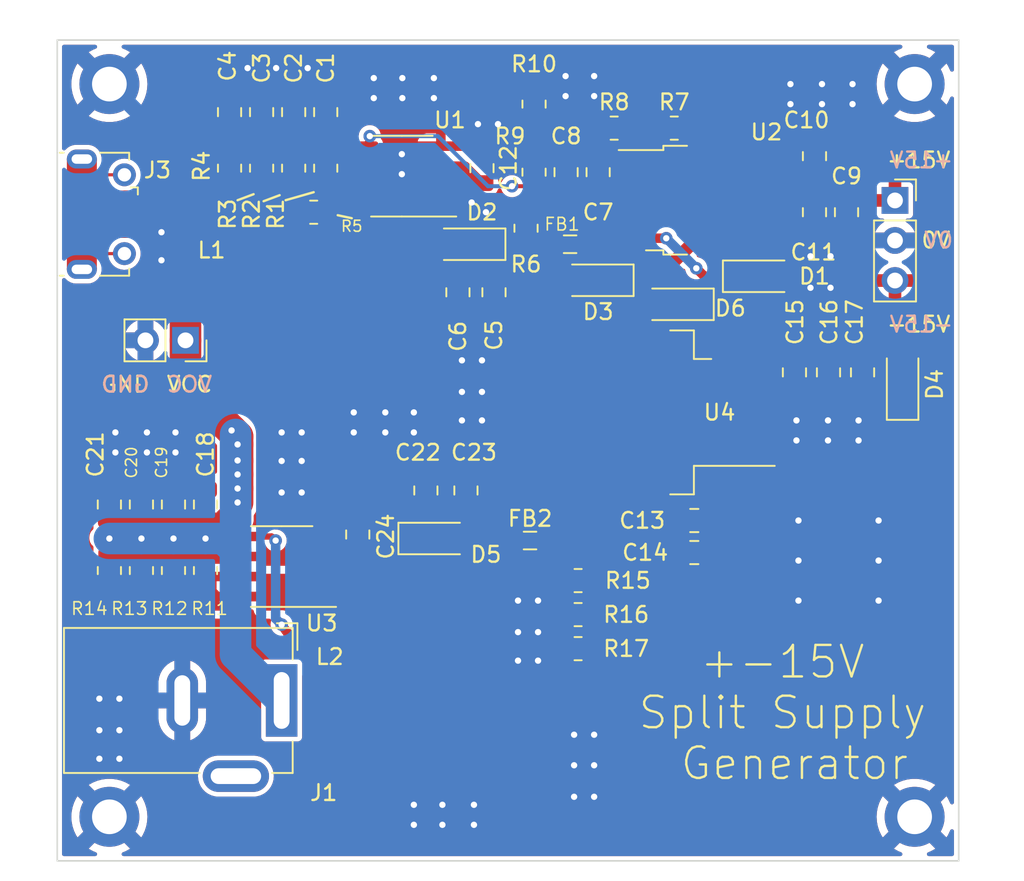
<source format=kicad_pcb>
(kicad_pcb (version 20211014) (generator pcbnew)
  (layers (0 "F.Cu" signal) (31 "B.Cu" signal) (34 "B.Paste" user) (35 "F.Paste" user) (36 "B.SilkS" user "B.Silkscreen") (37 "F.SilkS" user "F.Silkscreen") (38 "B.Mask" user) (39 "F.Mask" user) (44 "Edge.Cuts" user))
  (net 0 "")
  (net 1 "GND")
  (net 2 "VD")
  (net 3 "/+18V")
  (net 4 "+15V")
  (net 5 "-15V")
  (net 6 "/-18V")
  (net 7 "Net-(D2-Pad2)")
  (net 8 "Net-(D5-Pad1)")
  (net 13 "unconnected-(J3-Pad6)")
  (net 14 "Net-(L1-Pad1)")
  (net 15 "Net-(R6-Pad1)")
  (net 16 "Net-(R10-Pad2)")
  (net 17 "Net-(C7-Pad2)")
  (net 18 "Net-(C12-Pad2)")
  (net 19 "Net-(C13-Pad1)")
  (net 20 "Net-(C24-Pad2)")
  (net 21 "Net-(R5-Pad1)")
  (net 22 "Net-(R7-Pad1)")
  (net 23 "Net-(R11-Pad2)")
  (net 24 "Net-(R15-Pad2)")
  (net 25 "Net-(R16-Pad2)")
  (footprint "Capacitor_SMD:C_0805_2012Metric" (layer "F.Cu") (at 113.538 86.9935 -90)
    (fp_text reference "C22")
    (fp_text value "100n")
  )
  (footprint "Capacitor_SMD:C_0805_2012Metric" (layer "F.Cu") (at 122.428 66.802 90)
    (fp_text reference "C8")
    (fp_text value "10u")
  )
  (footprint "Diode_SMD:D_SOD-123" (layer "F.Cu") (at 116.332 71.374 180)
    (fp_text reference "D2")
    (fp_text value "D_Schottky_Small")
  )
  (footprint "Resistor_SMD:R_0805_2012Metric" (layer "F.Cu") (at 120.396 66.802 -90)
    (fp_text reference "R9")
    (fp_text value "100")
  )
  (footprint "Diode_SMD:D_SOD-123" (layer "F.Cu") (at 124.46 73.66 180)
    (fp_text reference "D3")
    (fp_text value "D_Schottky_Small")
  )
  (footprint "Diode_SMD:D_SOD-123" (layer "F.Cu") (at 114.046 90.0415)
    (fp_text reference "D5")
    (fp_text value "D_Schottky_Small")
  )
  (footprint "Capacitor_SMD:C_0805_2012Metric" (layer "F.Cu") (at 105.156 62.992 -90)
    (fp_text reference "C2")
    (fp_text value "10u")
  )
  (footprint "Capacitor_SMD:C_0805_2012Metric" (layer "F.Cu") (at 95.504 87.884 -90)
    (fp_text reference "C20")
    (fp_text value "10u")
  )
  (footprint "Capacitor_SMD:C_0805_2012Metric" (layer "F.Cu") (at 99.568 87.884 -90)
    (fp_text reference "C18")
    (fp_text value "100n")
  )
  (footprint "Resistor_SMD:R_0805_2012Metric" (layer "F.Cu") (at 97.536 92.0735 -90)
    (fp_text reference "R12")
    (fp_text value "1")
  )
  (footprint "Resistor_SMD:R_0805_2012Metric" (layer "F.Cu") (at 105.156 66.548 -90)
    (fp_text reference "R2")
    (fp_text value "1")
  )
  (footprint "components_2:ind_SWRB1207S-221MT" (layer "F.Cu") (at 114.808 98.044 -90)
    (fp_text reference "L2")
    (fp_text value "220u")
  )
  (footprint "Capacitor_SMD:C_0805_2012Metric" (layer "F.Cu") (at 140.208 69.342 90)
    (fp_text reference "C9")
    (fp_text value "100n")
  )
  (footprint "Connector_PinSocket_2.54mm:PinSocket_1x03_P2.54mm_Vertical" (layer "F.Cu") (at 143.281 68.595)
    (fp_text reference "J2" hide)
    (fp_text value "Conn_01x03")
  )
  (footprint "Resistor_SMD:R_0805_2012Metric" (layer "F.Cu") (at 95.504 92.0735 -90)
    (fp_text reference "R13")
    (fp_text value "1")
  )
  (footprint "Resistor_SMD:R_0805_2012Metric" (layer "F.Cu") (at 119.888 70.358 -90)
    (fp_text reference "R6")
    (fp_text value "15k")
  )
  (footprint "Connector_PinSocket_2.54mm:PinSocket_1x02_P2.54mm_Vertical" (layer "F.Cu") (at 98.298 77.47 -90)
    (fp_text reference "J4" hide)
    (fp_text value "Conn_01x02")
  )
  (footprint "Inductor_SMD:L_0805_2012Metric" (layer "F.Cu") (at 120.142 90.17)
    (fp_text reference "FB2")
    (fp_text value "FerriteBead_Small")
  )
  (footprint "Resistor_SMD:R_0805_2012Metric" (layer "F.Cu") (at 120.396 62.484 -90)
    (fp_text reference "R10")
    (fp_text value "1k")
  )
  (footprint "Resistor_SMD:R_0805_2012Metric" (layer "F.Cu") (at 129.286 64.008)
    (fp_text reference "R7")
    (fp_text value "1k")
  )
  (footprint "Diode_SMD:D_SOD-123" (layer "F.Cu") (at 134.62 73.406)
    (fp_text reference "D1")
    (fp_text value "D_Schottky_Small")
  )
  (footprint "Inductor_SMD:L_0805_2012Metric" (layer "F.Cu") (at 122.682 71.374)
    (fp_text reference "FB1")
    (fp_text value "FerriteBead_Small")
  )
  (footprint "Capacitor_SMD:C_0805_2012Metric" (layer "F.Cu") (at 124.46 66.802 -90)
    (fp_text reference "C7")
    (fp_text value "100n")
  )
  (footprint "Package_SO:SOIC-8_3.9x4.9mm_P1.27mm" (layer "F.Cu") (at 104.394 91.8195 180)
    (fp_text reference "U3")
    (fp_text value "MC34063AD")
  )
  (footprint "Resistor_SMD:R_0805_2012Metric" (layer "F.Cu") (at 107.188 66.548 -90)
    (fp_text reference "R1")
    (fp_text value "1")
  )
  (footprint "Capacitor_SMD:C_0805_2012Metric" (layer "F.Cu") (at 130.556 90.932 180)
    (fp_text reference "C14")
    (fp_text value "10u")
  )
  (footprint "MountingHole:MountingHole_2.2mm_M2_DIN965_Pad" (layer "F.Cu") (at 93.472 107.696)
    (fp_text reference "H3" hide)
    (fp_text value "MountingHole_Pad")
  )
  (footprint "Package_SO:SOIC-8_3.9x4.9mm_P1.27mm" (layer "F.Cu") (at 112.014 67.056 180)
    (fp_text reference "U1")
    (fp_text value "MC34063AD")
  )
  (footprint "Capacitor_SMD:C_0805_2012Metric" (layer "F.Cu") (at 117.856 74.422 90)
    (fp_text reference "C5")
    (fp_text value "100n")
  )
  (footprint "Resistor_SMD:R_0805_2012Metric" (layer "F.Cu") (at 99.568 92.0735 -90)
    (fp_text reference "R11")
    (fp_text value "1")
  )
  (footprint "Resistor_SMD:R_0805_2012Metric" (layer "F.Cu") (at 106.426 69.342 180)
    (fp_text reference "R5")
    (fp_text value "180")
  )
  (footprint "Capacitor_SMD:C_0805_2012Metric" (layer "F.Cu") (at 138.176 65.786 -90)
    (fp_text reference "C10")
    (fp_text value "10u")
  )
  (footprint "MountingHole:MountingHole_2.2mm_M2_DIN965_Pad" (layer "F.Cu") (at 144.526 61.214)
    (fp_text reference "H1" hide)
    (fp_text value "MountingHole_Pad")
  )
  (footprint "Diode_SMD:D_SOD-123" (layer "F.Cu") (at 129.54 75.184 180)
    (fp_text reference "D6")
    (fp_text value "D_Schottky_Small")
  )
  (footprint "Resistor_SMD:R_0805_2012Metric" (layer "F.Cu") (at 125.476 64.008)
    (fp_text reference "R8")
    (fp_text value "11k")
  )
  (footprint "Resistor_SMD:R_0805_2012Metric" (layer "F.Cu") (at 123.19 92.71)
    (fp_text reference "R15")
    (fp_text value "1k")
  )
  (footprint "Resistor_SMD:R_0805_2012Metric" (layer "F.Cu") (at 123.19 97.028 180)
    (fp_text reference "R17")
    (fp_text value "15k")
  )
  (footprint "Capacitor_SMD:C_0805_2012Metric" (layer "F.Cu") (at 107.188 62.992 -90)
    (fp_text reference "C1")
    (fp_text value "100n")
  )
  (footprint "Diode_SMD:D_SOD-123" (layer "F.Cu") (at 143.764 80.264 90)
    (fp_text reference "D4")
    (fp_text value "D_Schottky_Small")
  )
  (footprint "Capacitor_SMD:C_0805_2012Metric" (layer "F.Cu") (at 116.078 86.9935 -90)
    (fp_text reference "C23")
    (fp_text value "10u")
  )
  (footprint "Connector_USB:USB_Micro-B_Molex-105017-0001" (layer "F.Cu") (at 92.964 69.469 -90)
    (fp_text reference "J3")
    (fp_text value "USB_B_Micro")
  )
  (footprint "Resistor_SMD:R_0805_2012Metric" (layer "F.Cu") (at 103.124 66.548 -90)
    (fp_text reference "R3")
    (fp_text value "1")
  )
  (footprint "Capacitor_SMD:C_0805_2012Metric" (layer "F.Cu") (at 93.472 87.884 -90)
    (fp_text reference "C21")
    (fp_text value "10u")
  )
  (footprint "Capacitor_SMD:C_0805_2012Metric" (layer "F.Cu") (at 109.22 89.7875 -90)
    (fp_text reference "C24")
    (fp_text value "1.5nF")
  )
  (footprint "components_2:ind_SWRB1207S-221MT" (layer "F.Cu") (at 106.928 76.835)
    (fp_text reference "L1")
    (fp_text value "220u")
  )
  (footprint "MountingHole:MountingHole_2.2mm_M2_DIN965_Pad" (layer "F.Cu") (at 144.526 107.696)
    (fp_text reference "H4" hide)
    (fp_text value "MountingHole_Pad")
  )
  (footprint "Resistor_SMD:R_0805_2012Metric" (layer "F.Cu") (at 101.092 66.548 -90)
    (fp_text reference "R4")
    (fp_text value "1")
  )
  (footprint "Capacitor_SMD:C_0805_2012Metric" (layer "F.Cu") (at 117.094 66.548 -90)
    (fp_text reference "C12")
    (fp_text value "1.5nF")
  )
  (footprint "Connector_BarrelJack:BarrelJack_GCT_DCJ200-10-A_Horizontal" (layer "F.Cu") (at 104.394 100.315 -90)
    (fp_text reference "J1")
    (fp_text value "Barrel_Jack_Switch")
  )
  (footprint "Capacitor_SMD:C_0805_2012Metric" (layer "F.Cu") (at 103.124 62.992 -90)
    (fp_text reference "C3")
    (fp_text value "10u")
  )
  (footprint "Capacitor_SMD:C_0805_2012Metric" (layer "F.Cu") (at 136.906 79.502 90)
    (fp_text reference "C15")
    (fp_text value "100n")
  )
  (footprint "Resistor_SMD:R_0805_2012Metric" (layer "F.Cu") (at 123.19 94.869 180)
    (fp_text reference "R16")
    (fp_text value "100")
  )
  (footprint "Capacitor_SMD:C_0805_2012Metric" (layer "F.Cu") (at 141.224 79.502 90)
    (fp_text reference "C17")
    (fp_text value "10u")
  )
  (footprint "Capacitor_SMD:C_0805_2012Metric" (layer "F.Cu") (at 115.57 74.422 90)
    (fp_text reference "C6")
    (fp_text value "10u")
  )
  (footprint "Capacitor_SMD:C_0805_2012Metric" (layer "F.Cu") (at 130.556 88.9)
    (fp_text reference "C13")
    (fp_text value "100n")
  )
  (footprint "Capacitor_SMD:C_0805_2012Metric" (layer "F.Cu") (at 97.536 87.884 -90)
    (fp_text reference "C19")
    (fp_text value "10u")
  )
  (footprint "Capacitor_SMD:C_0805_2012Metric" (layer "F.Cu") (at 101.092 62.992 -90)
    (fp_text reference "C4")
    (fp_text value "10u")
  )
  (footprint "Package_TO_SOT_SMD:TO-252-2" (layer "F.Cu") (at 131.064 68.58)
    (fp_text reference "U2")
    (fp_text value "LM317_TO-252")
  )
  (footprint "MountingHole:MountingHole_2.2mm_M2_DIN965_Pad" (layer "F.Cu") (at 93.472 61.214)
    (fp_text reference "H2" hide)
    (fp_text value "MountingHole_Pad")
  )
  (footprint "Capacitor_SMD:C_0805_2012Metric" (layer "F.Cu") (at 138.176 69.342 90)
    (fp_text reference "C11")
    (fp_text value "10u")
  )
  (footprint "Package_TO_SOT_SMD:TO-263-2" (layer "F.Cu") (at 127.581 82.042 180)
    (fp_text reference "U4")
    (fp_text value "MC7915")
  )
  (footprint "Capacitor_SMD:C_0805_2012Metric" (layer "F.Cu") (at 139.065 79.502 90)
    (fp_text reference "C16")
    (fp_text value "10u")
  )
  (footprint "Resistor_SMD:R_0805_2012Metric" (layer "F.Cu") (at 93.472 92.0735 -90)
    (fp_text reference "R14")
    (fp_text value "1")
  )
  (gr_line (start 104.648 68.58) (end 106.426 68.072) (layer "F.SilkS") (width 0.15))
  (gr_line (start 103.251 68.6435) (end 104.267 68.2625) (layer "F.SilkS") (width 0.15))
  (gr_line (start 101.6 68.58) (end 102.616 68.199) (layer "F.SilkS") (width 0.15))
  (gr_line (start 107.95 69.5325) (end 108.839 69.723) (layer "F.SilkS") (width 0.15))
  (gr_line (start 90.17 107.95) (end 90.17 58.42) (layer "Edge.Cuts") (width 0.1))
  (gr_line (start 147.32 58.42) (end 147.32 110.49) (layer "Edge.Cuts") (width 0.1))
  (gr_line (start 90.17 58.42) (end 147.32 58.42) (layer "Edge.Cuts") (width 0.1))
  (gr_line (start 147.32 110.49) (end 90.17 110.49) (layer "Edge.Cuts") (width 0.1))
  (gr_line (start 90.17 110.49) (end 90.17 107.95) (layer "Edge.Cuts") (width 0.1))
  (gr_text "-15V" (at 144.954762 76.454) (layer "B.SilkS") (effects (font (size 1 1)) (justify mirror)))
  (gr_text "0V" (at 146.05 71.12) (layer "B.SilkS") (effects (font (size 1 1)) (justify mirror)))
  (gr_text "+15V" (at 144.954762 66.04) (layer "B.SilkS") (effects (font (size 1 1)) (justify mirror)))
  (gr_text "GND\n" (at 94.488 80.264) (layer "B.SilkS") (effects (font (size 1 1)) (justify mirror)))
  (gr_text "VCC" (at 98.552 80.264) (layer "B.SilkS") (effects (font (size 1 1)) (justify mirror)))
  (gr_text "-15V" (at 144.78 76.454) (layer "F.SilkS") (effects (font (size 1 1))))
  (gr_text "+-15V \nSplit Supply \nGenerator" (at 136.906 101.092) (layer "F.SilkS") (effects (font (size 2 2))))
  (gr_text "GND\n" (at 94.488 80.264) (layer "F.SilkS") (effects (font (size 1 1))))
  (gr_text "0V" (at 145.875238 71.12) (layer "F.SilkS") (effects (font (size 1 1))))
  (gr_text "+15V" (at 144.78 66.04) (layer "F.SilkS") (effects (font (size 1 1))))
  (gr_text "VCC" (at 98.552 80.264) (layer "F.SilkS") (effects (font (size 1 1))))
  (segment (start 95.377 70.769) (end 96.296 70.769) (width 0.4) (layer "F.Cu") (net 1))
  (segment (start 116.439921 68.687921) (end 116.439921 68.726079) (width 0.6) (layer "F.Cu") (net 1))
  (segment (start 116.84 68.887559) (end 116.84 69.088) (width 0.4) (layer "F.Cu") (net 1))
  (segment (start 116.786441 68.834) (end 117.856 68.834) (width 0.4) (layer "F.Cu") (net 1))
  (segment (start 115.443 65.151) (end 116.84 63.754) (width 0.6) (layer "F.Cu") (net 1))
  (segment (start 114.489 65.151) (end 115.443 65.151) (width 0.4) (layer "F.Cu") (net 1))
  (segment (start 116.84 69.088) (end 116.84 69.342) (width 0.4) (layer "F.Cu") (net 1))
  (segment (start 115.443 67.691) (end 116.439921 68.687921) (width 0.6) (layer "F.Cu") (net 1))
  (segment (start 114.489 67.691) (end 115.443 67.691) (width 0.6) (layer "F.Cu") (net 1))
  (segment (start 95.377 70.769) (end 96.49 70.769) (width 0.6) (layer "F.Cu") (net 1))
  (segment (start 117.856 69.342) (end 117.856 69.596) (width 0.4) (layer "F.Cu") (net 1))
  (segment (start 117.856 69.088) (end 116.84 69.088) (width 0.4) (layer "F.Cu") (net 1))
  (segment (start 117.348 69.342) (end 117.856 69.342) (width 0.4) (layer "F.Cu") (net 1))
  (segment (start 94.4265 70.769) (end 95.377 70.769) (width 0.4) (layer "F.Cu") (net 1))
  (segment (start 117.856 68.834) (end 117.856 69.088) (width 0.4) (layer "F.Cu") (net 1))
  (segment (start 116.84 69.342) (end 117.348 69.342) (width 0.4) (layer "F.Cu") (net 1))
  (segment (start 116.439921 68.726079) (end 116.84 68.887559) (width 0.6) (layer "F.Cu") (net 1))
  (segment (start 117.856 69.596) (end 116.84 69.596) (width 0.4) (layer "F.Cu") (net 1))
  (via (at 96.774 70.612) (size 0.8) (drill 0.4) (layers "F.Cu" "B.Cu") (net 1))
  (via (at 110.966 82.042) (size 0.8) (drill 0.4) (layers "F.Cu" "B.Cu") (net 1))
  (via (at 97.663 83.312) (size 0.8) (drill 0.4) (layers "F.Cu" "B.Cu") (net 1))
  (via (at 105.664 85.122) (size 0.8) (drill 0.4) (layers "F.Cu" "B.Cu") (net 1))
  (via (at 106.045 60.198) (size 0.8) (drill 0.4) (layers "F.Cu" "B.Cu") (net 1))
  (via (at 92.837 104.013) (size 0.8) (drill 0.4) (layers "F.Cu" "B.Cu") (net 1))
  (via (at 95.853 84.582) (size 0.8) (drill 0.4) (layers "F.Cu" "B.Cu") (net 1))
  (via (at 112.776 83.312) (size 0.8) (drill 0.4) (layers "F.Cu" "B.Cu") (net 1))
  (via (at 124.206 104.426) (size 0.8) (drill 0.4) (layers "F.Cu" "B.Cu") (net 1))
  (via (at 104.394 83.312) (size 0.8) (drill 0.4) (layers "F.Cu" "B.Cu") (net 1))
  (via (at 122.936 104.426) (size 0.8) (drill 0.4) (layers "F.Cu" "B.Cu") (net 1))
  (via (at 137.033 83.82) (size 0.8) (drill 0.4) (layers "F.Cu" "B.Cu") (net 1))
  (via (at 116.84 63.754) (size 0.8) (drill 0.4) (layers "F.Cu" "B.Cu") (net 1))
  (via (at 114.586 108.204) (size 0.8) (drill 0.4) (layers "F.Cu" "B.Cu") (net 1))
  (via (at 124.206 60.706) (size 0.8) (drill 0.4) (layers "F.Cu" "B.Cu") (net 1))
  (via (at 140.97 83.82) (size 0.8) (drill 0.4) (layers "F.Cu" "B.Cu") (net 1))
  (via (at 122.396 61.976) (size 0.8) (drill 0.4) (layers "F.Cu" "B.Cu") (net 1))
  (via (at 104.394 85.122) (size 0.8) (drill 0.4) (layers "F.Cu" "B.Cu") (net 1))
  (via (at 119.38 95.98) (size 0.8) (drill 0.4) (layers "F.Cu" "B.Cu") (net 1))
  (via (at 118.11 63.754) (size 0.8) (drill 0.4) (layers "F.Cu" "B.Cu") (net 1))
  (via (at 142.24 91.44) (size 0.8) (drill 0.4) (layers "F.Cu" "B.Cu") (net 1))
  (via (at 112.776 106.934) (size 0.8) (drill 0.4) (layers "F.Cu" "B.Cu") (net 1))
  (via (at 104.394 87.122) (size 0.8) (drill 0.4) (layers "F.Cu" "B.Cu") (net 1))
  (via (at 94.107 104.013) (size 0.8) (drill 0.4) (layers "F.Cu" "B.Cu") (net 1))
  (via (at 112.014 66.929) (size 0.8) (drill 0.4) (layers "F.Cu" "B.Cu") (net 1))
  (via (at 116.439921 68.726079) (size 0.8) (drill 0.4) (layers "F.Cu" "B.Cu") (net 1))
  (via (at 120.65 93.98) (size 0.8) (drill 0.4) (layers "F.Cu" "B.Cu") (net 1))
  (via (at 108.966 82.042) (size 0.8) (drill 0.4) (layers "F.Cu" "B.Cu") (net 1))
  (via (at 92.837 102.203) (size 0.8) (drill 0.4) (layers "F.Cu" "B.Cu") (net 1))
  (via (at 110.236 62.103) (size 0.8) (drill 0.4) (layers "F.Cu" "B.Cu") (net 1))
  (via (at 117.094 82.55) (size 0.8) (drill 0.4) (layers "F.Cu" "B.Cu") (net 1))
  (via (at 122.936 106.426) (size 0.8) (drill 0.4) (layers "F.Cu" "B.Cu") (net 1))
  (via (at 112.776 108.204) (size 0.8) (drill 0.4) (layers "F.Cu" "B.Cu") (net 1))
  (via (at 137.16 93.98) (size 0.8) (drill 0.4) (layers "F.Cu" "B.Cu") (net 1))
  (via (at 110.966 83.312) (size 0.8) (drill 0.4) (layers "F.Cu" "B.Cu") (net 1))
  (via (at 124.206 61.976) (size 0.8) (drill 0.4) (layers "F.Cu" "B.Cu") (net 1))
  (via (at 94.107 100.203) (size 0.8) (drill 0.4) (layers "F.Cu" "B.Cu") (net 1))
  (via (at 115.824 78.74) (size 0.8) (drill 0.4) (layers "F.Cu" "B.Cu") (net 1))
  (via (at 112.046 60.833) (size 0.8) (drill 0.4) (layers "F.Cu" "B.Cu") (net 1))
  (via (at 115.824 82.55) (size 0.8) (drill 0.4) (layers "F.Cu" "B.Cu") (net 1))
  (via (at 115.824 80.74) (size 0.8) (drill 0.4) (layers "F.Cu" "B.Cu") (net 1))
  (via (at 140.97 82.55) (size 0.8) (drill 0.4) (layers "F.Cu" "B.Cu") (net 1))
  (via (at 117.094 78.74) (size 0.8) (drill 0.4) (layers "F.Cu" "B.Cu") (net 1))
  (via (at 140.589 61.214) (size 0.8) (drill 0.4) (layers "F.Cu" "B.Cu") (net 1))
  (via (at 138.652 61.214) (size 0.8) (drill 0.4) (layers "F.Cu" "B.Cu") (net 1))
  (via (at 112.776 82.042) (size 0.8) (drill 0.4) (layers "F.Cu" "B.Cu") (net 1))
  (via (at 105.664 87.122) (size 0.8) (drill 0.4) (layers "F.Cu" "B.Cu") (net 1))
  (via (at 139.033 82.55) (size 0.8) (drill 0.4) (layers "F.Cu" "B.Cu") (net 1))
  (via (at 139.033 83.82) (size 0.8) (drill 0.4) (layers "F.Cu" "B.Cu") (net 1))
  (via (at 138.652 62.484) (size 0.8) (drill 0.4) (layers "F.Cu" "B.Cu") (net 1))
  (via (at 136.652 62.484) (size 0.8) (drill 0.4) (layers "F.Cu" "B.Cu") (net 1))
  (via (at 137.922 74.136) (size 0.8) (drill 0.4) (layers "F.Cu" "B.Cu") (net 1))
  (via (at 124.206 106.426) (size 0.8) (drill 0.4) (layers "F.Cu" "B.Cu") (net 1))
  (via (at 114.586 106.934) (size 0.8) (drill 0.4) (layers "F.Cu" "B.Cu") (net 1))
  (via (at 110.236 60.833) (size 0.8) (drill 0.4) (layers "F.Cu" "B.Cu") (net 1))
  (via (at 92.837 100.203) (size 0.8) (drill 0.4) (layers "F.Cu" "B.Cu") (net 1))
  (via (at 139.192 72.136) (size 0.8) (drill 0.4) (layers "F.Cu" "B.Cu") (net 1))
  (via (at 137.16 91.44) (size 0.8) (drill 0.4) (layers "F.Cu" "B.Cu") (net 1))
  (via (at 124.206 102.489) (size 0.8) (drill 0.4) (layers "F.Cu" "B.Cu") (net 1))
  (via (at 139.192 74.136) (size 0.8) (drill 0.4) (layers "F.Cu" "B.Cu") (net 1))
  (via (at 137.922 72.136) (size 0.8) (drill 0.4) (layers "F.Cu" "B.Cu") (net 1))
  (via (at 122.396 60.706) (size 0.8) (drill 0.4) (layers "F.Cu" "B.Cu") (net 1))
  (via (at 116.586 108.204) (size 0.8) (drill 0.4) (layers "F.Cu" "B.Cu") (net 1))
  (via (at 96.774 72.39) (size 0.8) (drill 0.4) (layers "F.Cu" "B.Cu") (net 1))
  (via (at 142.24 93.98) (size 0.8) (drill 0.4) (layers "F.Cu" "B.Cu") (net 1))
  (via (at 93.853 84.582) (size 0.8) (drill 0.4) (layers "F.Cu" "B.Cu") (net 1))
  (via (at 105.664 83.312) (size 0.8) (drill 0.4) (layers "F.Cu" "B.Cu") (net 1))
  (via (at 136.652 61.214) (size 0.8) (drill 0.4) (layers "F.Cu" "B.Cu") (net 1))
  (via (at 122.936 102.489) (size 0.8) (drill 0.4) (layers "F.Cu" "B.Cu") (net 1))
  (via (at 140.589 62.484) (size 0.8) (drill 0.4) (layers "F.Cu" "B.Cu") (net 1))
  (via (at 137.16 88.9) (size 0.8) (drill 0.4) (layers "F.Cu" "B.Cu") (net 1))
  (via (at 97.663 84.582) (size 0.8) (drill 0.4) (layers "F.Cu" "B.Cu") (net 1))
  (via (at 137.033 82.55) (size 0.8) (drill 0.4) (layers "F.Cu" "B.Cu") (net 1))
  (via (at 114.046 62.103) (size 0.8) (drill 0.4) (layers "F.Cu" "B.Cu") (net 1))
  (via (at 120.65 97.79) (size 0.8) (drill 0.4) (layers "F.Cu" "B.Cu") (net 1))
  (via (at 117.348 69.342) (size 0.8) (drill 0.4) (layers "F.Cu" "B.Cu") (net 1))
  (via (at 112.014 65.659) (size 0.8) (drill 0.4) (layers "F.Cu" "B.Cu") (net 1))
  (via (at 142.24 88.9) (size 0.8) (drill 0.4) (layers "F.Cu" "B.Cu") (net 1))
  (via (at 108.966 83.312) (size 0.8) (drill 0.4) (layers "F.Cu" "B.Cu") (net 1))
  (via (at 104.045 60.198) (size 0.8) (drill 0.4) (layers "F.Cu" "B.Cu") (net 1))
  (via (at 114.046 60.833) (size 0.8) (drill 0.4) (layers "F.Cu" "B.Cu") (net 1))
  (via (at 116.586 106.934) (size 0.8) (drill 0.4) (layers "F.Cu" "B.Cu") (net 1))
  (via (at 120.65 95.98) (size 0.8) (drill 0.4) (layers "F.Cu" "B.Cu") (net 1))
  (via (at 94.107 102.203) (size 0.8) (drill 0.4) (layers "F.Cu" "B.Cu") (net 1))
  (via (at 93.853 83.312) (size 0.8) (drill 0.4) (layers "F.Cu" "B.Cu") (net 1))
  (via (at 102.235 60.198) (size 0.8) (drill 0.4) (layers "F.Cu" "B.Cu") (net 1))
  (via (at 119.38 93.98) (size 0.8) (drill 0.4) (layers "F.Cu" "B.Cu") (net 1))
  (via (at 112.046 62.103) (size 0.8) (drill 0.4) (layers "F.Cu" "B.Cu") (net 1))
  (via (at 119.38 97.79) (size 0.8) (drill 0.4) (layers "F.Cu" "B.Cu") (net 1))
  (via (at 95.853 83.312) (size 0.8) (drill 0.4) (layers "F.Cu" "B.Cu") (net 1))
  (via (at 117.094 80.74) (size 0.8) (drill 0.4) (layers "F.Cu" "B.Cu") (net 1))
  (segment (start 101.6 85.979) (end 101.6 86.868) (width 2) (layer "F.Cu") (net 2))
  (segment (start 101.219 83.185) (end 101.6 83.566) (width 2) (layer "F.Cu") (net 2))
  (segment (start 96.744 68.169) (end 95.474 68.169) (width 0.6) (layer "F.Cu") (net 2))
  (segment (start 99.568 88.834) (end 101.92 88.834) (width 0.8) (layer "F.Cu") (net 2))
  (segment (start 101.92 88.077) (end 101.6 87.757) (width 0.8) (layer "F.Cu") (net 2))
  (segment (start 94.4265 68.169) (end 95.474 68.169) (width 0.4) (layer "F.Cu") (net 2))
  (segment (start 100.523 88.834) (end 101.6 87.757) (width 1) (layer "F.Cu") (net 2))
  (segment (start 101.6 85.09) (end 101.6 85.979) (width 2) (layer "F.Cu") (net 2))
  (segment (start 101.6 86.868) (end 101.6 87.757) (width 2) (layer "F.Cu") (net 2))
  (segment (start 99.06 73.66) (end 98.298 74.422) (width 2) (layer "F.Cu") (net 2))
  (segment (start 101.6 83.566) (end 101.6 84.074) (width 2) (layer "F.Cu") (net 2))
  (segment (start 109.539 66.421) (end 107.9735 66.421) (width 0.6) (layer "F.Cu") (net 2))
  (segment (start 101.6 84.074) (end 101.6 85.09) (width 2) (layer "F.Cu") (net 2))
  (segment (start 98.298 74.422) (end 98.298 77.47) (width 2) (layer "F.Cu") (net 2))
  (segment (start 99.06 73.66) (end 99.06 65.6355) (width 2) (layer "F.Cu") (net 2))
  (segment (start 98.298 77.47) (end 98.298 80.264) (width 2) (layer "F.Cu") (net 2))
  (segment (start 101.92 88.834) (end 101.92 88.077) (width 0.8) (layer "F.Cu") (net 2))
  (segment (start 107.9735 66.421) (end 107.188 65.6355) (width 0.6) (layer "F.Cu") (net 2))
  (segment (start 98.298 80.264) (end 101.219 83.185) (width 2) (layer "F.Cu") (net 2))
  (via (at 101.6 86.868) (size 0.8) (drill 0.4) (layers "F.Cu" "B.Cu") (net 2))
  (via (at 101.6 85.09) (size 0.8) (drill 0.4) (layers "F.Cu" "B.Cu") (net 2))
  (via (at 93.472 90.043) (size 0.8) (drill 0.4) (layers "F.Cu" "B.Cu") (net 2))
  (via (at 101.219 83.185) (size 0.8) (drill 0.4) (layers "F.Cu" "B.Cu") (net 2))
  (via (at 95.504 90.043) (size 0.8) (drill 0.4) (layers "F.Cu" "B.Cu") (net 2))
  (via (at 101.6 84.074) (size 0.8) (drill 0.4) (layers "F.Cu" "B.Cu") (net 2))
  (via (at 101.6 87.757) (size 0.8) (drill 0.4) (layers "F.Cu" "B.Cu") (net 2))
  (via (at 97.536 90.043) (size 0.8) (drill 0.4) (layers "F.Cu" "B.Cu") (net 2))
  (via (at 99.568 90.043) (size 0.8) (drill 0.4) (layers "F.Cu" "B.Cu") (net 2))
  (via (at 101.6 85.979) (size 0.8) (drill 0.4) (layers "F.Cu" "B.Cu") (net 2))
  (segment (start 100.711 90.043) (end 99.568 90.043) (width 2) (layer "B.Cu") (net 2))
  (segment (start 101.473 93.726) (end 101.473 83.439) (width 2) (layer "B.Cu") (net 2))
  (segment (start 101.473 93.726) (end 101.473 97.394) (width 2) (layer "B.Cu") (net 2))
  (segment (start 101.473 93.726) (end 101.473 90.805) (width 2) (layer "B.Cu") (net 2))
  (segment (start 95.504 90.043) (end 93.472 90.043) (width 2) (layer "B.Cu") (net 2))
  (segment (start 101.473 90.805) (end 100.711 90.043) (width 2) (layer "B.Cu") (net 2))
  (segment (start 99.568 90.043) (end 97.536 90.043) (width 2) (layer "B.Cu") (net 2))
  (segment (start 97.536 90.043) (end 95.504 90.043) (width 2) (layer "B.Cu") (net 2))
  (segment (start 101.473 97.394) (end 104.394 100.315) (width 2) (layer "B.Cu") (net 2))
  (segment (start 115.57 73.472) (end 115.57 73.152) (width 0.8) (layer "F.Cu") (net 3))
  (segment (start 115.57 73.152) (end 116.84 71.882) (width 0.8) (layer "F.Cu") (net 3))
  (segment (start 135.008 66.736) (end 133.164 68.58) (width 0.8) (layer "F.Cu") (net 4))
  (segment (start 138.176 66.736) (end 135.008 66.736) (width 0.8) (layer "F.Cu") (net 4))
  (segment (start 133.164 70.3) (end 136.27 73.406) (width 0.8) (layer "F.Cu") (net 4))
  (segment (start 133.164 68.58) (end 133.164 70.3) (width 0.8) (layer "F.Cu") (net 4))
  (segment (start 128.084 73.66) (end 133.164 68.58) (width 0.8) (layer "F.Cu") (net 4))
  (segment (start 126.11 73.66) (end 128.084 73.66) (width 0.8) (layer "F.Cu") (net 4))
  (segment (start 143.764 78.614) (end 141.286 78.614) (width 0.8) (layer "F.Cu") (net 5))
  (segment (start 135.956 79.502) (end 136.304 79.154) (width 0.6) (layer "F.Cu") (net 5))
  (segment (start 136.304 79.154) (end 136.906 78.552) (width 0.6) (layer "F.Cu") (net 5))
  (segment (start 141.286 78.614) (end 141.224 78.552) (width 0.6) (layer "F.Cu") (net 5))
  (segment (start 133.356 79.502) (end 135.956 79.502) (width 0.6) (layer "F.Cu") (net 5))
  (segment (start 119.0795 92.1555) (end 119.634 92.71) (width 0.6) (layer "F.Cu") (net 6))
  (segment (start 119.0795 90.17) (end 119.0795 92.1555) (width 0.6) (layer "F.Cu") (net 6))
  (segment (start 108.143 89.9145) (end 109.22 88.8375) (width 0.6) (layer "F.Cu") (net 6))
  (segment (start 106.869 89.9145) (end 108.143 89.9145) (width 0.6) (layer "F.Cu") (net 6))
  (segment (start 119.634 92.71) (end 122.2775 92.71) (width 0.6) (layer "F.Cu") (net 6))
  (segment (start 114.808 93.218) (end 113.919 92.329) (width 0.8) (layer "F.Cu") (net 8))
  (segment (start 113.919 92.329) (end 113.919 90.424) (width 0.8) (layer "F.Cu") (net 8))
  (segment (start 94.4265 66.969) (end 92.7265 66.969) (width 0.2) (layer "F.Cu") (net 13))
  (segment (start 92.7265 71.969) (end 91.7265 72.969) (width 0.2) (layer "F.Cu") (net 13))
  (segment (start 91.7265 66.569) (end 91.7265 72.969) (width 0.2) (layer "F.Cu") (net 13))
  (segment (start 94.4265 71.969) (end 92.7265 71.969) (width 0.2) (layer "F.Cu") (net 13))
  (segment (start 92.7265 66.969) (end 91.7265 65.969) (width 0.2) (layer "F.Cu") (net 13))
  (segment (start 107.4185 67.691) (end 107.188 67.4605) (width 0.6) (layer "F.Cu") (net 14))
  (segment (start 109.982 64.708) (end 109.539 65.151) (width 0.254) (layer "F.Cu") (net 15))
  (segment (start 120.3725 67.691) (end 118.999 67.691) (width 0.254) (layer "F.Cu") (net 15))
  (segment (start 120.396 67.7145) (end 120.3725 67.691) (width 0.254) (layer "F.Cu") (net 15))
  (segment (start 120.396 68.9375) (end 119.888 69.4455) (width 0.8) (layer "F.Cu") (net 15))
  (segment (start 109.982 64.516) (end 109.982 64.708) (width 0.254) (layer "F.Cu") (net 15))
  (segment (start 120.396 67.7145) (end 120.396 68.9375) (width 0.8) (layer "F.Cu") (net 15))
  (via (at 118.999 67.691) (size 0.8) (drill 0.4) (layers "F.Cu" "B.Cu") (net 15))
  (via (at 109.982 64.516) (size 0.8) (drill 0.4) (layers "F.Cu" "B.Cu") (net 15))
  (segment (start 109.982 64.516) (end 114.3 64.516) (width 0.254) (layer "B.Cu") (net 15))
  (segment (start 117.475 67.691) (end 118.999 67.691) (width 0.254) (layer "B.Cu") (net 15))
  (segment (start 114.3 64.516) (end 117.475 67.691) (width 0.254) (layer "B.Cu") (net 15))
  (segment (start 120.396 63.3965) (end 120.396 65.8895) (width 0.6) (layer "F.Cu") (net 16))
  (segment (start 128.778 70.993) (end 126.997 70.993) (width 0.6) (layer "F.Cu") (net 17))
  (segment (start 126.997 70.993) (end 126.864 70.86) (width 0.6) (layer "F.Cu") (net 17))
  (segment (start 132.97 73.406) (end 131.191 73.406) (width 0.6) (layer "F.Cu") (net 17))
  (segment (start 131.191 73.406) (end 130.683 72.898) (width 0.6) (layer "F.Cu") (net 17))
  (via (at 128.778 70.993) (size 0.8) (drill 0.4) (layers "F.Cu" "B.Cu") (net 17))
  (via (at 130.683 72.898) (size 0.8) (drill 0.4) (layers "F.Cu" "B.Cu") (net 17))
  (segment (start 130.683 72.898) (end 128.778 70.993) (width 0.6) (layer "B.Cu") (net 17))
  (segment (start 116.017 66.421) (end 117.094 67.498) (width 0.6) (layer "F.Cu") (net 18))
  (segment (start 114.489 66.421) (end 116.017 66.421) (width 0.6) (layer "F.Cu") (net 18))
  (segment (start 127.89 78.358) (end 124.206 82.042) (width 0.6) (layer "F.Cu") (net 19))
  (segment (start 127.89 75.184) (end 127.89 78.358) (width 0.6) (layer "F.Cu") (net 19))
  (segment (start 124.206 82.042) (end 128.397 86.233) (width 0.6) (layer "F.Cu") (net 19))
  (segment (start 128.397 86.233) (end 129.921 86.233) (width 0.6) (layer "F.Cu") (net 19))
  (segment (start 106.869 91.1845) (end 108.773 91.1845) (width 0.6) (layer "F.Cu") (net 20))
  (segment (start 108.773 91.1845) (end 109.22 90.7375) (width 0.6) (layer "F.Cu") (net 20))
  (segment (start 107.3385 69.342) (end 109.158 69.342) (width 1) (layer "F.Cu") (net 21))
  (segment (start 109.158 69.342) (end 109.539 68.961) (width 0.6) (layer "F.Cu") (net 21))
  (segment (start 126.3885 65.8245) (end 126.864 66.3) (width 0.8) (layer "F.Cu") (net 22))
  (segment (start 126.3885 64.008) (end 126.3885 65.8245) (width 0.8) (layer "F.Cu") (net 22))
  (segment (start 128.3735 66.0381) (end 128.1176 66.294) (width 0.4) (layer "F.Cu") (net 22))
  (segment (start 128.3735 64.008) (end 128.3735 66.0381) (width 0.4) (layer "F.Cu") (net 22))
  (segment (start 101.919 93.7245) (end 100.3065 93.7245) (width 0.6) (layer "F.Cu") (net 23))
  (segment (start 100.0995 92.4545) (end 99.568 92.986) (width 0.6) (layer "F.Cu") (net 23))
  (segment (start 101.919 92.4545) (end 101.919 93.7245) (width 0.6) (layer "F.Cu") (net 23))
  (segment (start 101.919 92.4545) (end 100.0995 92.4545) (width 0.6) (layer "F.Cu") (net 23))
  (segment (start 100.3065 93.7245) (end 99.568 92.986) (width 0.6) (layer "F.Cu") (net 23))
  (segment (start 124.1025 92.71) (end 124.1025 94.869) (width 0.6) (layer "F.Cu") (net 24))
  (segment (start 103.7575 89.9145) (end 104.013 90.17) (width 0.4) (layer "F.Cu") (net 25))
  (segment (start 122.2775 95.203) (end 124.1025 97.028) (width 0.6) (layer "F.Cu") (net 25))
  (segment (start 123.317 99.441) (end 124.1025 98.6555) (width 0.6) (layer "F.Cu") (net 25))
  (segment (start 124.1025 98.6555) (end 124.1025 97.028) (width 0.6) (layer "F.Cu") (net 25))
  (segment (start 122.2775 94.869) (end 122.2775 95.203) (width 0.6) (layer "F.Cu") (net 25))
  (segment (start 104.394 95.504) (end 107.188 99.441) (width 0.6) (layer "F.Cu") (net 25))
  (segment (start 107.188 99.441) (end 123.317 99.441) (width 0.6) (layer "F.Cu") (net 25))
  (segment (start 101.919 89.9145) (end 103.7575 89.9145) (width 0.4) (layer "F.Cu") (net 25))
  (via (at 104.013 90.17) (size 0.8) (drill 0.4) (layers "F.Cu" "B.Cu") (net 25))
  (via (at 104.394 95.504) (size 0.8) (drill 0.4) (layers "F.Cu" "B.Cu") (net 25))
  (segment (start 104.013 95.123) (end 104.013 90.17) (width 0.6) (layer "B.Cu") (net 25))
  (segment (start 104.394 95.504) (end 104.013 95.123) (width 0.6) (layer "B.Cu") (net 25))
  (zone (net 3) (net_name "/+18V") (layer "F.Cu") (priority 1) (connect_pads (clearance 0.508)) (min_thickness 0.254) (fill yes (thermal_gap 0.508) (thermal_bridge_width 0.8))
    (polygon (pts (xy 122.047 74.422) (xy 114.427 74.422) (xy 114.427 72.517) (xy 116.332 72.517) (xy 116.332 70.739) (xy 122.047 70.739)))
  )
  (zone (net 7) (net_name "Net-(D2-Pad2)") (layer "F.Cu") (priority 2) (connect_pads (clearance 0.508)) (min_thickness 0.254) (fill yes (thermal_gap 0.508) (thermal_bridge_width 1))
    (polygon (pts (xy 115.57 72.517) (xy 113.665 72.517) (xy 113.665 80.01) (xy 107.95 80.01) (xy 107.95 68.58) (xy 115.57 68.58)))
  )
  (zone (net 22) (net_name "Net-(R7-Pad1)") (layer "F.Cu") (priority 1) (connect_pads (clearance 0.508)) (min_thickness 0.254) (fill yes (thermal_gap 0.508) (thermal_bridge_width 0.8))
    (polygon (pts (xy 128.9304 66.802) (xy 125.476 66.802) (xy 125.476 62.357) (xy 128.9304 62.357)))
  )
  (zone (net 6) (net_name "/-18V") (layer "F.Cu") (priority 1) (connect_pads (clearance 0.508)) (min_thickness 0.254) (fill yes (thermal_gap 0.508) (thermal_bridge_width 0.8))
    (polygon (pts (xy 119.126 88.519) (xy 119.507 88.519) (xy 119.507 91.1352) (xy 114.9858 91.1352) (xy 114.9858 89.027) (xy 108.839 89.027) (xy 108.839 87.122) (xy 119.126 87.122)))
  )
  (zone (net 1) (net_name "GND") (layer "F.Cu") (connect_pads (clearance 0.3)) (min_thickness 0.254) (fill yes (thermal_gap 0.508) (thermal_bridge_width 1))
    (polygon (pts (xy 149.86 111.76) (xy 88.9 111.76) (xy 88.9 55.88) (xy 149.86 55.88)))
  )
  (zone (net 2) (net_name "VD") (layer "F.Cu") (priority 1) (connect_pads (clearance 0.508)) (min_thickness 0.254) (fill yes (thermal_gap 0.508) (thermal_bridge_width 1))
    (polygon (pts (xy 100.584 90.551) (xy 103.251 90.551) (xy 103.251 91.694) (xy 103.251 91.718192) (xy 92.70999 91.719467) (xy 92.71 87.884001) (xy 100.584 87.884)))
  )
  (zone (net 17) (net_name "Net-(C7-Pad2)") (layer "F.Cu") (priority 1) (connect_pads (clearance 0.508)) (min_thickness 0.254) (fill yes (thermal_gap 0.508) (thermal_bridge_width 0.8))
    (polygon (pts (xy 128.651 67.945) (xy 128.651 72.39) (xy 123.317 72.39) (xy 123.317 69.977) (xy 122.047 69.977) (xy 122.047 67.31) (xy 126.619 67.31) (xy 126.619 67.945)))
  )
  (zone (net 19) (net_name "Net-(C13-Pad1)") (layer "F.Cu") (priority 1) (connect_pads (clearance 0.508)) (min_thickness 0.254) (fill yes (thermal_gap 0.508) (thermal_bridge_width 0.8))
    (polygon (pts (xy 130.556 91.694) (xy 120.7262 91.694) (xy 120.7262 85.217) (xy 130.556 85.217)))
  )
  (zone (net 2) (net_name "VD") (layer "F.Cu") (priority 1) (connect_pads (clearance 0.508)) (min_thickness 0.254) (fill yes (thermal_gap 0.508) (thermal_bridge_width 1))
    (polygon (pts (xy 108.331 66.294) (xy 100.076 66.294) (xy 100.076 68.834) (xy 95.504 68.834) (xy 95.504 63.5) (xy 100.076 63.5) (xy 108.331 63.5)))
  )
  (zone (net 14) (net_name "Net-(L1-Pad1)") (layer "F.Cu") (priority 1) (connect_pads (clearance 0.508)) (min_thickness 0.254) (fill yes (thermal_gap 0.508) (thermal_bridge_width 1))
    (polygon (pts (xy 110.49 80.01) (xy 100.584 80.01) (xy 100.584 67.0052) (xy 110.49 67.0052)))
  )
  (zone (net 8) (net_name "Net-(D5-Pad1)") (layer "F.Cu") (priority 1) (connect_pads (clearance 0.508)) (min_thickness 0.254) (fill yes (thermal_gap 0.508) (thermal_bridge_width 0.8))
    (polygon (pts (xy 114.427 91.694) (xy 117.856 91.694) (xy 117.856 98.552) (xy 108.458 98.552) (xy 108.458 92.837) (xy 106.68 92.837) (xy 106.68 91.821) (xy 110.744 91.821) (xy 110.744 89.535) (xy 114.427 89.535)))
  )
  (zone (net 23) (net_name "Net-(R11-Pad2)") (layer "F.Cu") (priority 1) (connect_pads (clearance 0.508)) (min_thickness 0.254) (fill yes (thermal_gap 0.508) (thermal_bridge_width 1))
    (polygon (pts (xy 107.8484 93.3958) (xy 107.8484 94.615) (xy 92.202 94.615) (xy 92.202 92.2528) (xy 103.1748 92.2528) (xy 103.1748 92.2782) (xy 105.537 92.2782) (xy 105.537 93.3958)))
  )
  (zone (net 4) (net_name "+15V") (layer "F.Cu") (priority 1) (connect_pads (clearance 0.508)) (min_thickness 0.254) (fill yes (thermal_gap 0.508) (thermal_bridge_width 0.8))
    (polygon (pts (xy 132.334 64.262) (xy 133.604 64.262) (xy 133.604 65.786) (xy 144.272 65.786) (xy 144.272 69.342) (xy 136.906 69.342) (xy 136.906 71.882) (xy 129.54 71.882) (xy 129.54 62.357) (xy 132.334 62.357)))
  )
  (zone (net 5) (net_name "-15V") (layer "F.Cu") (priority 1) (connect_pads (clearance 0.508)) (min_thickness 0.254) (fill yes (thermal_gap 0.508) (thermal_bridge_width 0.8))
    (polygon (pts (xy 145.034 79.629) (xy 136.017 79.629) (xy 136.017 80.264) (xy 130.302 80.264) (xy 130.302 74.168) (xy 132.08 74.168) (xy 132.08 76.327) (xy 140.462 76.327) (xy 140.462 72.39) (xy 145.034 72.39)))
  )
  (zone (net 1) (net_name "GND") (layer "B.Cu") (connect_pads (clearance 0.3)) (min_thickness 0.254) (fill yes (thermal_gap 0.508) (thermal_bridge_width 1))
    (polygon (pts (xy 149.86 111.76) (xy 88.9 111.76) (xy 88.9 55.88) (xy 149.86 55.88)))
  )
)
</source>
